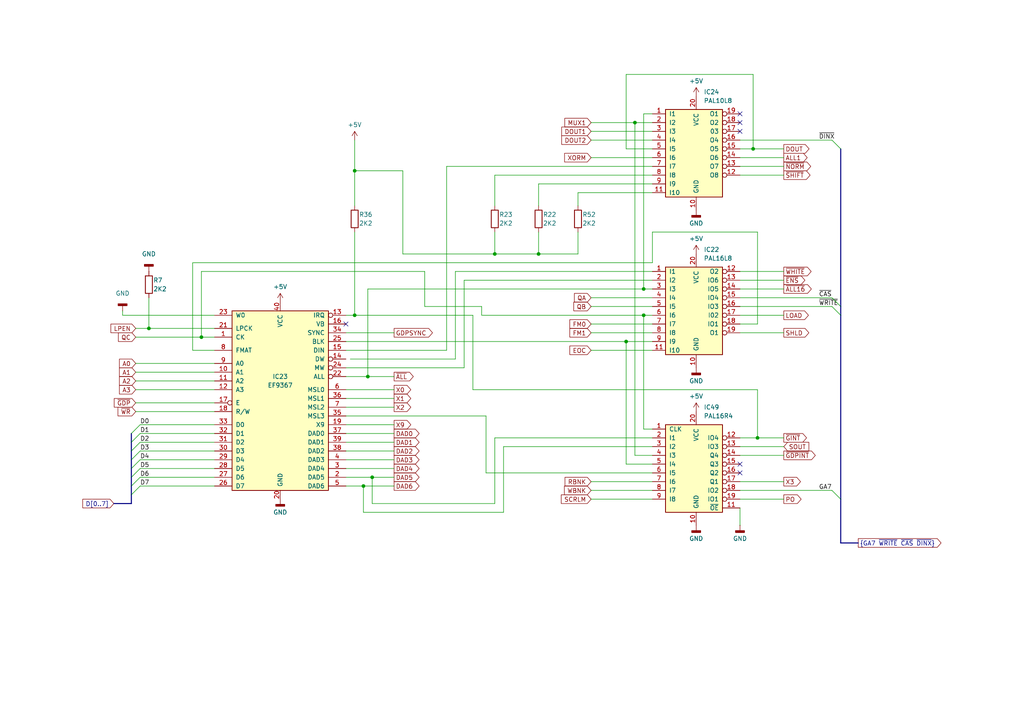
<source format=kicad_sch>
(kicad_sch (version 20231120) (generator "eeschema") (generator_version "8.0")
  (paper "A4")
  (title_block (title "PARTNER GDP: GDP + CONTROL") (company "Oddbit Retro") (comment 1 "NARISAL: MIHA GRČAR"))
  (lib_symbols
    (symbol "Device:R" (pin_numbers hide) (pin_names (offset 0))
      (property "Reference" "R" (at 2.032 0 90))
      (property "Value" "R" (at 0 0 90))
      (symbol "R_0_1"
        (rectangle (start -1.016 -2.54) (end 1.016 2.54) (stroke (width 0.254)))
      )
      (symbol "R_1_1"
        (pin passive line (at 0 3.81 270) (length 1.27) (name "~") (number "1"))
        (pin passive line (at 0 -3.81 90) (length 1.27) (name "~") (number "2"))
      )
    )
    (symbol "Logic_Programmable:PAL16L8" (pin_names (offset 1.016))
      (property "Reference" "IC22" (at 2.1941 19.05 0))
      (property "Value" "PAL16L8" (at 2.1941 16.51 0))
      (symbol "PAL16L8_0_0"
        (pin power_in line (at 0 -15.24 90) (length 3.81) (name "GND") (number "10"))
        (pin power_in line (at 0 17.78 270) (length 3.81) (name "VCC") (number "20"))
      )
      (symbol "PAL16L8_0_1"
        (rectangle (start -8.89 13.97) (end 7.62 -11.43) (stroke (width 0.254)) (fill (type background)))
      )
      (symbol "PAL16L8_1_1"
        (pin input line (at -12.7 12.7 0) (length 3.81) (name "I1") (number "1"))
        (pin input line (at -12.7 -10.16 0) (length 3.81) (name "I10") (number "11"))
        (pin tri_state inverted (at 12.7 12.7 180) (length 5.08) (name "O2") (number "12"))
        (pin tri_state inverted (at 12.7 10.16 180) (length 5.08) (name "IO6") (number "13"))
        (pin tri_state inverted (at 12.7 7.62 180) (length 5.08) (name "IO5") (number "14"))
        (pin tri_state inverted (at 12.7 5.08 180) (length 5.08) (name "IO4") (number "15"))
        (pin tri_state inverted (at 12.7 2.54 180) (length 5.08) (name "IO3") (number "16"))
        (pin tri_state inverted (at 12.7 0 180) (length 5.08) (name "I02") (number "17"))
        (pin tri_state inverted (at 12.7 -2.54 180) (length 5.08) (name "IO1") (number "18"))
        (pin tri_state inverted (at 12.7 -5.08 180) (length 5.08) (name "O1") (number "19"))
        (pin input line (at -12.7 10.16 0) (length 3.81) (name "I2") (number "2"))
        (pin input line (at -12.7 7.62 0) (length 3.81) (name "I3") (number "3"))
        (pin input line (at -12.7 5.08 0) (length 3.81) (name "I4") (number "4"))
        (pin input line (at -12.7 2.54 0) (length 3.81) (name "I5") (number "5"))
        (pin input line (at -12.7 0 0) (length 3.81) (name "I6") (number "6"))
        (pin input line (at -12.7 -2.54 0) (length 3.81) (name "I7") (number "7"))
        (pin input line (at -12.7 -5.08 0) (length 3.81) (name "I8") (number "8"))
        (pin input line (at -12.7 -7.62 0) (length 3.81) (name "I9") (number "9"))
      )
    )
    (symbol "MCU_Parallax:P8X32A-D40" (pin_names (offset 1.016))
      (property "Reference" "IC7" (at 0 7.62 0))
      (property "Value" "EF9367" (at 0 5.08 0))
      (symbol "P8X32A-D40_0_1"
        (rectangle (start -13.97 26.67) (end 13.97 -25.4) (stroke (width 0.254)) (fill (type background)))
      )
      (symbol "P8X32A-D40_1_1"
        (pin bidirectional line (at -19.05 19.05 0) (length 5.08) (name "CK") (number "1"))
        (pin bidirectional line (at -19.05 8.89 0) (length 5.08) (name "A1") (number "10"))
        (pin bidirectional line (at -19.05 6.35 0) (length 5.08) (name "A2") (number "11"))
        (pin bidirectional line (at -19.05 3.81 0) (length 5.08) (name "A3") (number "12"))
        (pin bidirectional inverted (at 19.05 25.4 180) (length 5.08) (name "IRQ") (number "13"))
        (pin bidirectional inverted (at 19.05 12.7 180) (length 5.08) (name "DW") (number "14"))
        (pin bidirectional line (at 19.05 15.24 180) (length 5.08) (name "DIN") (number "15"))
        (pin bidirectional line (at 19.05 22.86 180) (length 5.08) (name "VB") (number "16"))
        (pin bidirectional inverted (at -19.05 0 0) (length 5.08) (name "E") (number "17"))
        (pin bidirectional line (at -19.05 -2.54 0) (length 5.08) (name "R/W") (number "18"))
        (pin bidirectional line (at 19.05 -6.35 180) (length 5.08) (name "X9") (number "19"))
        (pin bidirectional line (at 19.05 -21.59 180) (length 5.08) (name "DAD5") (number "2"))
        (pin power_in line (at 0 -27.94 90) (length 2.54) (name "GND") (number "20"))
        (pin bidirectional line (at -19.05 21.59 0) (length 5.08) (name "LPCK") (number "21"))
        (pin bidirectional inverted (at 19.05 7.62 180) (length 5.08) (name "ALL") (number "22"))
        (pin bidirectional line (at -19.05 25.4 0) (length 5.08) (name "W0") (number "23"))
        (pin bidirectional inverted (at 19.05 10.16 180) (length 5.08) (name "MW") (number "24"))
        (pin bidirectional line (at 19.05 17.78 180) (length 5.08) (name "BLK") (number "25"))
        (pin bidirectional line (at -19.05 -24.13 0) (length 5.08) (name "D7") (number "26"))
        (pin bidirectional line (at -19.05 -21.59 0) (length 5.08) (name "D6") (number "27"))
        (pin bidirectional line (at -19.05 -19.05 0) (length 5.08) (name "D5") (number "28"))
        (pin bidirectional line (at -19.05 -16.51 0) (length 5.08) (name "D4") (number "29"))
        (pin bidirectional line (at 19.05 -19.05 180) (length 5.08) (name "DAD4") (number "3"))
        (pin bidirectional line (at -19.05 -13.97 0) (length 5.08) (name "D3") (number "30"))
        (pin bidirectional line (at -19.05 -11.43 0) (length 5.08) (name "D2") (number "31"))
        (pin bidirectional line (at -19.05 -8.89 0) (length 5.08) (name "D1") (number "32"))
        (pin bidirectional line (at -19.05 -6.35 0) (length 5.08) (name "D0") (number "33"))
        (pin bidirectional line (at 19.05 20.32 180) (length 5.08) (name "SYNC") (number "34"))
        (pin bidirectional line (at 19.05 -3.81 180) (length 5.08) (name "MSL3") (number "35"))
        (pin bidirectional line (at 19.05 1.27 180) (length 5.08) (name "MSL1") (number "36"))
        (pin bidirectional line (at 19.05 -8.89 180) (length 5.08) (name "DAD0") (number "37"))
        (pin bidirectional line (at 19.05 -13.97 180) (length 5.08) (name "DAD2") (number "38"))
        (pin bidirectional line (at 19.05 -11.43 180) (length 5.08) (name "DAD1") (number "39"))
        (pin bidirectional line (at 19.05 -16.51 180) (length 5.08) (name "DAD3") (number "4"))
        (pin power_in line (at 0 29.21 270) (length 2.54) (name "VCC") (number "40"))
        (pin bidirectional line (at 19.05 -24.13 180) (length 5.08) (name "DAD6") (number "5"))
        (pin bidirectional line (at 19.05 3.81 180) (length 5.08) (name "MSL0") (number "6"))
        (pin bidirectional line (at 19.05 -1.27 180) (length 5.08) (name "MSL2") (number "7"))
        (pin bidirectional line (at -19.05 15.24 0) (length 5.08) (name "FMAT") (number "8"))
        (pin bidirectional line (at -19.05 11.43 0) (length 5.08) (name "A0") (number "9"))
      )
    )
    (symbol "PAL16L8_1" (pin_names (offset 1.016))
      (property "Reference" "IC24" (at 2.1941 19.05 0))
      (property "Value" "PAL10L8" (at 2.1941 16.51 0))
      (symbol "PAL16L8_1_0_0"
        (pin power_in line (at 0 -15.24 90) (length 3.81) (name "GND") (number "10"))
        (pin power_in line (at 0 17.78 270) (length 3.81) (name "VCC") (number "20"))
      )
      (symbol "PAL16L8_1_0_1"
        (rectangle (start -8.89 13.97) (end 7.62 -11.43) (stroke (width 0.254)) (fill (type background)))
      )
      (symbol "PAL16L8_1_1_1"
        (pin input line (at -12.7 12.7 0) (length 3.81) (name "I1") (number "1"))
        (pin input line (at -12.7 -10.16 0) (length 3.81) (name "I10") (number "11"))
        (pin output inverted (at 12.7 -5.08 180) (length 5.08) (name "O8") (number "12"))
        (pin output inverted (at 12.7 -2.54 180) (length 5.08) (name "O7") (number "13"))
        (pin output inverted (at 12.7 0 180) (length 5.08) (name "O6") (number "14"))
        (pin output inverted (at 12.7 2.54 180) (length 5.08) (name "O5") (number "15"))
        (pin output inverted (at 12.7 5.08 180) (length 5.08) (name "O4") (number "16"))
        (pin output inverted (at 12.7 7.62 180) (length 5.08) (name "03") (number "17"))
        (pin output inverted (at 12.7 10.16 180) (length 5.08) (name "O2") (number "18"))
        (pin output inverted (at 12.7 12.7 180) (length 5.08) (name "O1") (number "19"))
        (pin input line (at -12.7 10.16 0) (length 3.81) (name "I2") (number "2"))
        (pin input line (at -12.7 7.62 0) (length 3.81) (name "I3") (number "3"))
        (pin input line (at -12.7 5.08 0) (length 3.81) (name "I4") (number "4"))
        (pin input line (at -12.7 2.54 0) (length 3.81) (name "I5") (number "5"))
        (pin input line (at -12.7 0 0) (length 3.81) (name "I6") (number "6"))
        (pin input line (at -12.7 -2.54 0) (length 3.81) (name "I7") (number "7"))
        (pin input line (at -12.7 -5.08 0) (length 3.81) (name "I8") (number "8"))
        (pin input line (at -12.7 -7.62 0) (length 3.81) (name "I9") (number "9"))
      )
    )
    (symbol "PAL16L8_2" (pin_names (offset 1.016))
      (property "Reference" "IC49" (at 2.1941 19.05 0))
      (property "Value" "PAL16R4" (at 2.1941 16.51 0))
      (symbol "PAL16L8_2_0_0"
        (pin power_in line (at 0 -15.24 90) (length 3.81) (name "GND") (number "10"))
        (pin power_in line (at 0 17.78 270) (length 3.81) (name "VCC") (number "20"))
      )
      (symbol "PAL16L8_2_0_1"
        (rectangle (start -8.89 13.97) (end 7.62 -11.43) (stroke (width 0.254)) (fill (type background)))
      )
      (symbol "PAL16L8_2_1_1"
        (pin input line (at -12.7 12.7 0) (length 3.81) (name "CLK") (number "1"))
        (pin input line (at 12.7 -10.16 180) (length 5.08) (name "~{OE}") (number "11"))
        (pin tri_state inverted (at 12.7 10.16 180) (length 5.08) (name "IO4") (number "12"))
        (pin tri_state inverted (at 12.7 7.62 180) (length 5.08) (name "IO3") (number "13"))
        (pin tri_state inverted (at 12.7 5.08 180) (length 5.08) (name "Q4") (number "14"))
        (pin tri_state inverted (at 12.7 2.54 180) (length 5.08) (name "Q3") (number "15"))
        (pin tri_state inverted (at 12.7 0 180) (length 5.08) (name "Q2") (number "16"))
        (pin tri_state inverted (at 12.7 -2.54 180) (length 5.08) (name "Q1") (number "17"))
        (pin tri_state inverted (at 12.7 -5.08 180) (length 5.08) (name "IO2") (number "18"))
        (pin tri_state inverted (at 12.7 -7.62 180) (length 5.08) (name "IO1") (number "19"))
        (pin input line (at -12.7 10.16 0) (length 3.81) (name "I1") (number "2"))
        (pin input line (at -12.7 7.62 0) (length 3.81) (name "I2") (number "3"))
        (pin input line (at -12.7 5.08 0) (length 3.81) (name "I3") (number "4"))
        (pin input line (at -12.7 2.54 0) (length 3.81) (name "I4") (number "5"))
        (pin input line (at -12.7 0 0) (length 3.81) (name "I5") (number "6"))
        (pin input line (at -12.7 -2.54 0) (length 3.81) (name "I6") (number "7"))
        (pin input line (at -12.7 -5.08 0) (length 3.81) (name "I7") (number "8"))
        (pin input line (at -12.7 -7.62 0) (length 3.81) (name "I8") (number "9"))
      )
    )
    (symbol "power:+5V" (power) (pin_names (offset 0))
      (property "Value" "+5V" (at 0 3.556 0))
      (symbol "+5V_0_1"
        (polyline (pts (xy -0.762 1.27) (xy 0 2.54)))
        (polyline (pts (xy 0 0) (xy 0 2.54)))
        (polyline (pts (xy 0 2.54) (xy 0.762 1.27)))
      )
      (symbol "+5V_1_1"
        (pin power_in line (at 0 0 90) (length 0) hide (name "+5V") (number "1"))
      )
    )
    (symbol "power:GNDD" (power) (pin_numbers hide) (pin_names (offset 0) hide)
      (property "Value" "GNDD" (at 0 -3.175 0))
      (symbol "GNDD_0_1"
        (rectangle (start -1.27 -1.524) (end 1.27 -2.032) (stroke (width 0.254)) (fill (type outline)))
        (polyline (pts (xy 0 0) (xy 0 -1.524)))
      )
      (symbol "GNDD_1_1"
        (pin power_in line (at 0 0 270) (length 0) (name "~") (number "1"))
      )
    )
  )
  (junction (at 58.42 97.79))
  (junction (at 219.71 127))
  (junction (at 43.18 95.25))
  (junction (at 107.95 138.43))
  (junction (at 102.87 91.44))
  (junction (at 106.68 109.22))
  (junction (at 218.44 43.18))
  (junction (at 186.69 83.82))
  (junction (at 105.41 140.97))
  (junction (at 186.69 91.44))
  (junction (at 143.51 73.66))
  (junction (at 181.61 99.06))
  (junction (at 156.21 73.66))
  (junction (at 102.87 49.53))
  (junction (at 184.15 35.56))
  (no_connect (at 214.63 35.56))
  (no_connect (at 214.63 38.1))
  (no_connect (at 100.33 93.98))
  (no_connect (at 214.63 137.16))
  (no_connect (at 214.63 33.02))
  (no_connect (at 214.63 134.62))
  (bus_entry (at 38.1 133.35) (size 2.54 -2.54))
  (bus_entry (at 38.1 140.97) (size 2.54 -2.54))
  (bus_entry (at 241.3 142.24) (size 2.54 2.54))
  (bus_entry (at 241.3 88.9) (size 2.54 2.54))
  (bus_entry (at 241.3 40.64) (size 2.54 2.54))
  (bus_entry (at 241.3 86.36) (size 2.54 2.54))
  (bus_entry (at 38.1 135.89) (size 2.54 -2.54))
  (bus_entry (at 38.1 130.81) (size 2.54 -2.54))
  (bus_entry (at 38.1 128.27) (size 2.54 -2.54))
  (bus_entry (at 38.1 143.51) (size 2.54 -2.54))
  (bus_entry (at 38.1 125.73) (size 2.54 -2.54))
  (bus_entry (at 38.1 138.43) (size 2.54 -2.54))
  (wire (pts (xy 214.63 132.08) (xy 227.33 132.08)))
  (wire (pts (xy 134.62 81.28) (xy 189.23 81.28)))
  (wire (pts (xy 40.64 128.27) (xy 62.23 128.27)))
  (wire (pts (xy 58.42 78.74) (xy 123.19 78.74)))
  (wire (pts (xy 35.56 91.44) (xy 35.56 90.17)))
  (wire (pts (xy 241.3 86.36) (xy 214.63 86.36)))
  (wire (pts (xy 39.37 119.38) (xy 62.23 119.38)))
  (wire (pts (xy 146.05 129.54) (xy 189.23 129.54)))
  (bus (pts (xy 243.84 157.48) (xy 248.92 157.48)))
  (wire (pts (xy 106.68 109.22) (xy 114.3 109.22)))
  (wire (pts (xy 100.33 101.6) (xy 129.54 101.6)))
  (wire (pts (xy 156.21 73.66) (xy 167.64 73.66)))
  (wire (pts (xy 171.45 144.78) (xy 189.23 144.78)))
  (wire (pts (xy 214.63 127) (xy 219.71 127)))
  (wire (pts (xy 214.63 91.44) (xy 227.33 91.44)))
  (wire (pts (xy 156.21 67.31) (xy 156.21 73.66)))
  (wire (pts (xy 214.63 88.9) (xy 241.3 88.9)))
  (wire (pts (xy 39.37 105.41) (xy 62.23 105.41)))
  (wire (pts (xy 140.97 120.65) (xy 100.33 120.65)))
  (wire (pts (xy 39.37 113.03) (xy 62.23 113.03)))
  (wire (pts (xy 100.33 109.22) (xy 106.68 109.22)))
  (wire (pts (xy 55.88 101.6) (xy 62.23 101.6)))
  (wire (pts (xy 171.45 139.7) (xy 189.23 139.7)))
  (wire (pts (xy 39.37 110.49) (xy 62.23 110.49)))
  (wire (pts (xy 40.64 130.81) (xy 62.23 130.81)))
  (wire (pts (xy 132.08 78.74) (xy 189.23 78.74)))
  (bus (pts (xy 38.1 140.97) (xy 38.1 143.51)))
  (bus (pts (xy 243.84 43.18) (xy 243.84 88.9)))
  (wire (pts (xy 214.63 147.32) (xy 214.63 152.4)))
  (wire (pts (xy 189.23 53.34) (xy 156.21 53.34)))
  (wire (pts (xy 214.63 40.64) (xy 241.3 40.64)))
  (wire (pts (xy 156.21 53.34) (xy 156.21 59.69)))
  (wire (pts (xy 189.23 124.46) (xy 186.69 124.46)))
  (wire (pts (xy 39.37 107.95) (xy 62.23 107.95)))
  (wire (pts (xy 58.42 97.79) (xy 58.42 78.74)))
  (wire (pts (xy 100.33 140.97) (xy 105.41 140.97)))
  (wire (pts (xy 214.63 96.52) (xy 227.33 96.52)))
  (wire (pts (xy 100.33 99.06) (xy 181.61 99.06)))
  (wire (pts (xy 171.45 35.56) (xy 184.15 35.56)))
  (wire (pts (xy 105.41 140.97) (xy 114.3 140.97)))
  (wire (pts (xy 40.64 138.43) (xy 62.23 138.43)))
  (bus (pts (xy 243.84 144.78) (xy 243.84 157.48)))
  (wire (pts (xy 143.51 127) (xy 189.23 127)))
  (wire (pts (xy 134.62 81.28) (xy 134.62 106.68)))
  (wire (pts (xy 123.19 88.9) (xy 139.7 88.9)))
  (wire (pts (xy 116.84 49.53) (xy 102.87 49.53)))
  (wire (pts (xy 171.45 38.1) (xy 189.23 38.1)))
  (wire (pts (xy 40.64 123.19) (xy 62.23 123.19)))
  (wire (pts (xy 101.6 104.14) (xy 132.08 104.14)))
  (wire (pts (xy 143.51 67.31) (xy 143.51 73.66)))
  (wire (pts (xy 171.45 86.36) (xy 189.23 86.36)))
  (wire (pts (xy 35.56 91.44) (xy 62.23 91.44)))
  (wire (pts (xy 189.23 33.02) (xy 186.69 33.02)))
  (wire (pts (xy 43.18 95.25) (xy 62.23 95.25)))
  (wire (pts (xy 186.69 83.82) (xy 189.23 83.82)))
  (wire (pts (xy 123.19 78.74) (xy 123.19 88.9)))
  (wire (pts (xy 143.51 146.05) (xy 143.51 127)))
  (wire (pts (xy 189.23 132.08) (xy 184.15 132.08)))
  (wire (pts (xy 100.33 115.57) (xy 114.3 115.57)))
  (wire (pts (xy 214.63 139.7) (xy 227.33 139.7)))
  (wire (pts (xy 214.63 81.28) (xy 227.33 81.28)))
  (wire (pts (xy 181.61 134.62) (xy 181.61 99.06)))
  (wire (pts (xy 171.45 40.64) (xy 189.23 40.64)))
  (wire (pts (xy 39.37 97.79) (xy 58.42 97.79)))
  (wire (pts (xy 39.37 95.25) (xy 43.18 95.25)))
  (bus (pts (xy 243.84 88.9) (xy 243.84 91.44)))
  (wire (pts (xy 189.23 67.31) (xy 189.23 76.2)))
  (wire (pts (xy 186.69 91.44) (xy 186.69 124.46)))
  (wire (pts (xy 102.87 91.44) (xy 100.33 91.44)))
  (wire (pts (xy 219.71 113.03) (xy 219.71 127)))
  (wire (pts (xy 43.18 86.36) (xy 43.18 95.25)))
  (wire (pts (xy 100.33 133.35) (xy 114.3 133.35)))
  (wire (pts (xy 100.33 128.27) (xy 114.3 128.27)))
  (wire (pts (xy 143.51 73.66) (xy 156.21 73.66)))
  (wire (pts (xy 100.33 123.19) (xy 114.3 123.19)))
  (wire (pts (xy 137.16 113.03) (xy 219.71 113.03)))
  (wire (pts (xy 214.63 50.8) (xy 227.33 50.8)))
  (wire (pts (xy 137.16 113.03) (xy 137.16 91.44)))
  (wire (pts (xy 116.84 73.66) (xy 116.84 49.53)))
  (wire (pts (xy 107.95 138.43) (xy 107.95 146.05)))
  (wire (pts (xy 189.23 50.8) (xy 143.51 50.8)))
  (wire (pts (xy 134.62 106.68) (xy 100.33 106.68)))
  (wire (pts (xy 214.63 142.24) (xy 241.3 142.24)))
  (bus (pts (xy 38.1 143.51) (xy 38.1 146.05)))
  (wire (pts (xy 171.45 93.98) (xy 189.23 93.98)))
  (wire (pts (xy 55.88 76.2) (xy 189.23 76.2)))
  (wire (pts (xy 100.33 130.81) (xy 114.3 130.81)))
  (wire (pts (xy 55.88 76.2) (xy 55.88 101.6)))
  (wire (pts (xy 214.63 45.72) (xy 227.33 45.72)))
  (wire (pts (xy 167.64 55.88) (xy 167.64 59.69)))
  (wire (pts (xy 140.97 137.16) (xy 140.97 120.65)))
  (bus (pts (xy 38.1 130.81) (xy 38.1 133.35)))
  (wire (pts (xy 102.87 67.31) (xy 102.87 91.44)))
  (wire (pts (xy 219.71 67.31) (xy 219.71 93.98)))
  (wire (pts (xy 186.69 33.02) (xy 186.69 83.82)))
  (wire (pts (xy 167.64 67.31) (xy 167.64 73.66)))
  (wire (pts (xy 102.87 49.53) (xy 102.87 59.69)))
  (wire (pts (xy 189.23 137.16) (xy 140.97 137.16)))
  (wire (pts (xy 143.51 50.8) (xy 143.51 59.69)))
  (wire (pts (xy 189.23 67.31) (xy 219.71 67.31)))
  (wire (pts (xy 100.33 138.43) (xy 107.95 138.43)))
  (wire (pts (xy 129.54 101.6) (xy 129.54 48.26)))
  (wire (pts (xy 181.61 43.18) (xy 181.61 21.59)))
  (bus (pts (xy 38.1 138.43) (xy 38.1 140.97)))
  (bus (pts (xy 33.02 146.05) (xy 38.1 146.05)))
  (bus (pts (xy 243.84 91.44) (xy 243.84 144.78)))
  (wire (pts (xy 107.95 138.43) (xy 114.3 138.43)))
  (wire (pts (xy 214.63 93.98) (xy 219.71 93.98)))
  (wire (pts (xy 129.54 48.26) (xy 189.23 48.26)))
  (wire (pts (xy 100.33 96.52) (xy 114.3 96.52)))
  (wire (pts (xy 105.41 140.97) (xy 105.41 148.59)))
  (wire (pts (xy 219.71 127) (xy 227.33 127)))
  (wire (pts (xy 218.44 21.59) (xy 218.44 43.18)))
  (wire (pts (xy 40.64 135.89) (xy 62.23 135.89)))
  (wire (pts (xy 105.41 148.59) (xy 146.05 148.59)))
  (wire (pts (xy 189.23 43.18) (xy 181.61 43.18)))
  (wire (pts (xy 139.7 88.9) (xy 139.7 91.44)))
  (wire (pts (xy 186.69 91.44) (xy 189.23 91.44)))
  (wire (pts (xy 214.63 78.74) (xy 227.33 78.74)))
  (bus (pts (xy 38.1 135.89) (xy 38.1 138.43)))
  (wire (pts (xy 106.68 83.82) (xy 186.69 83.82)))
  (wire (pts (xy 189.23 55.88) (xy 167.64 55.88)))
  (wire (pts (xy 107.95 146.05) (xy 143.51 146.05)))
  (wire (pts (xy 40.64 125.73) (xy 62.23 125.73)))
  (wire (pts (xy 171.45 101.6) (xy 189.23 101.6)))
  (wire (pts (xy 171.45 142.24) (xy 189.23 142.24)))
  (wire (pts (xy 39.37 116.84) (xy 62.23 116.84)))
  (bus (pts (xy 38.1 128.27) (xy 38.1 130.81)))
  (wire (pts (xy 214.63 83.82) (xy 227.33 83.82)))
  (wire (pts (xy 40.64 140.97) (xy 62.23 140.97)))
  (wire (pts (xy 40.64 133.35) (xy 62.23 133.35)))
  (wire (pts (xy 184.15 35.56) (xy 184.15 132.08)))
  (wire (pts (xy 137.16 91.44) (xy 102.87 91.44)))
  (wire (pts (xy 139.7 91.44) (xy 186.69 91.44)))
  (wire (pts (xy 100.33 113.03) (xy 114.3 113.03)))
  (wire (pts (xy 143.51 73.66) (xy 116.84 73.66)))
  (wire (pts (xy 171.45 45.72) (xy 189.23 45.72)))
  (wire (pts (xy 214.63 43.18) (xy 218.44 43.18)))
  (bus (pts (xy 38.1 133.35) (xy 38.1 135.89)))
  (wire (pts (xy 181.61 21.59) (xy 218.44 21.59)))
  (wire (pts (xy 132.08 104.14) (xy 132.08 78.74)))
  (wire (pts (xy 218.44 43.18) (xy 227.33 43.18)))
  (wire (pts (xy 146.05 148.59) (xy 146.05 129.54)))
  (bus (pts (xy 38.1 125.73) (xy 38.1 128.27)))
  (wire (pts (xy 100.33 125.73) (xy 114.3 125.73)))
  (wire (pts (xy 214.63 144.78) (xy 227.33 144.78)))
  (wire (pts (xy 171.45 96.52) (xy 189.23 96.52)))
  (wire (pts (xy 58.42 97.79) (xy 62.23 97.79)))
  (wire (pts (xy 181.61 99.06) (xy 189.23 99.06)))
  (wire (pts (xy 100.33 118.11) (xy 114.3 118.11)))
  (wire (pts (xy 189.23 134.62) (xy 181.61 134.62)))
  (wire (pts (xy 184.15 35.56) (xy 189.23 35.56)))
  (wire (pts (xy 100.33 135.89) (xy 114.3 135.89)))
  (wire (pts (xy 102.87 40.64) (xy 102.87 49.53)))
  (wire (pts (xy 214.63 129.54) (xy 227.33 129.54)))
  (wire (pts (xy 214.63 48.26) (xy 227.33 48.26)))
  (wire (pts (xy 171.45 88.9) (xy 189.23 88.9)))
  (wire (pts (xy 106.68 83.82) (xy 106.68 109.22)))
  (label "D5" (at 40.64 135.89 0))
  (label "GA7" (at 237.49 142.24 0))
  (label "D1" (at 40.64 125.73 0))
  (label "D2" (at 40.64 128.27 0))
  (label "~{WRITE}" (at 237.49 88.9 0))
  (label "D4" (at 40.64 133.35 0))
  (label "~{DINX}" (at 237.49 40.64 0))
  (label "D0" (at 40.64 123.19 0))
  (label "D6" (at 40.64 138.43 0))
  (label "~{CAS}" (at 237.49 86.36 0))
  (label "D3" (at 40.64 130.81 0))
  (label "D7" (at 40.64 140.97 0))
  (global_label "~{WHITE}" (shape output) (at 227.33 78.74 0) (property "Intersheetrefs" "${INTERSHEET_REFS}" (at 235.8185 78.74 0) (effects (justify left))))
  (global_label "LPEN" (shape input) (at 39.37 95.25 180) (property "Intersheetrefs" "${INTERSHEET_REFS}" (at 31.6072 95.25 0) (effects (justify right))))
  (global_label "GDPSYNC" (shape output) (at 114.3 96.52 0) (property "Intersheetrefs" "${INTERSHEET_REFS}" (at 125.9938 96.52 0) (effects (justify left))))
  (global_label "ALL1" (shape output) (at 227.33 45.72 0) (property "Intersheetrefs" "${INTERSHEET_REFS}" (at 234.6695 45.72 0) (effects (justify left))))
  (global_label "MUX1" (shape input) (at 171.45 35.56 180) (property "Intersheetrefs" "${INTERSHEET_REFS}" (at 163.2639 35.56 0) (effects (justify right))))
  (global_label "DAD4" (shape output) (at 114.3 135.89 0) (property "Intersheetrefs" "${INTERSHEET_REFS}" (at 122.1233 135.89 0) (effects (justify left))))
  (global_label "XORM" (shape input) (at 171.45 45.72 180) (property "Intersheetrefs" "${INTERSHEET_REFS}" (at 163.2034 45.72 0) (effects (justify right))))
  (global_label "~{ALL}" (shape output) (at 114.3 109.22 0) (property "Intersheetrefs" "${INTERSHEET_REFS}" (at 120.43 109.22 0) (effects (justify left))))
  (global_label "FM0" (shape input) (at 171.45 93.98 180) (property "Intersheetrefs" "${INTERSHEET_REFS}" (at 164.7153 93.98 0) (effects (justify right))))
  (global_label "~{ENS}" (shape output) (at 227.33 81.28 0) (property "Intersheetrefs" "${INTERSHEET_REFS}" (at 234.0042 81.28 0) (effects (justify left))))
  (global_label "X2" (shape output) (at 114.3 118.11 0) (property "Intersheetrefs" "${INTERSHEET_REFS}" (at 119.7042 118.11 0) (effects (justify left))))
  (global_label "X1" (shape output) (at 114.3 115.57 0) (property "Intersheetrefs" "${INTERSHEET_REFS}" (at 119.7042 115.57 0) (effects (justify left))))
  (global_label "QC" (shape input) (at 39.37 97.79 180) (property "Intersheetrefs" "${INTERSHEET_REFS}" (at 33.7843 97.79 0) (effects (justify right))))
  (global_label "X9" (shape output) (at 114.3 123.19 0) (property "Intersheetrefs" "${INTERSHEET_REFS}" (at 119.7042 123.19 0) (effects (justify left))))
  (global_label "DOUT" (shape output) (at 227.33 43.18 0) (property "Intersheetrefs" "${INTERSHEET_REFS}" (at 235.2138 43.18 0) (effects (justify left))))
  (global_label "A1" (shape input) (at 39.37 107.95 180) (property "Intersheetrefs" "${INTERSHEET_REFS}" (at 34.0867 107.95 0) (effects (justify right))))
  (global_label "DAD3" (shape output) (at 114.3 133.35 0) (property "Intersheetrefs" "${INTERSHEET_REFS}" (at 122.1233 133.35 0) (effects (justify left))))
  (global_label "DAD2" (shape output) (at 114.3 130.81 0) (property "Intersheetrefs" "${INTERSHEET_REFS}" (at 122.1233 130.81 0) (effects (justify left))))
  (global_label "~{ALL16}" (shape output) (at 227.33 83.82 0) (property "Intersheetrefs" "${INTERSHEET_REFS}" (at 235.879 83.82 0) (effects (justify left))))
  (global_label "LOAD" (shape output) (at 227.33 91.44 0) (property "Intersheetrefs" "${INTERSHEET_REFS}" (at 235.0324 91.44 0) (effects (justify left))))
  (global_label "DOUT1" (shape input) (at 171.45 38.1 180) (property "Intersheetrefs" "${INTERSHEET_REFS}" (at 162.3567 38.1 0) (effects (justify right))))
  (global_label "DAD5" (shape output) (at 114.3 138.43 0) (property "Intersheetrefs" "${INTERSHEET_REFS}" (at 122.1233 138.43 0) (effects (justify left))))
  (global_label "~{GDPINT}" (shape output) (at 227.33 132.08 0) (property "Intersheetrefs" "${INTERSHEET_REFS}" (at 237.0281 132.08 0) (effects (justify left))))
  (global_label "{GA7 ~{WRITE} ~{CAS} ~{DINX}}" (shape output) (at 248.92 157.48 0) (property "Intersheetrefs" "${INTERSHEET_REFS}" (at 273.4952 157.48 0) (effects (justify left))))
  (global_label "~{WR}" (shape input) (at 39.37 119.38 180) (property "Intersheetrefs" "${INTERSHEET_REFS}" (at 33.6634 119.38 0) (effects (justify right))))
  (global_label "A3" (shape input) (at 39.37 113.03 180) (property "Intersheetrefs" "${INTERSHEET_REFS}" (at 34.0867 113.03 0) (effects (justify right))))
  (global_label "~{NORM}" (shape output) (at 227.33 48.26 0) (property "Intersheetrefs" "${INTERSHEET_REFS}" (at 235.6976 48.26 0) (effects (justify left))))
  (global_label "DOUT2" (shape input) (at 171.45 40.64 180) (property "Intersheetrefs" "${INTERSHEET_REFS}" (at 162.3567 40.64 0) (effects (justify right))))
  (global_label "A2" (shape input) (at 39.37 110.49 180) (property "Intersheetrefs" "${INTERSHEET_REFS}" (at 34.0867 110.49 0) (effects (justify right))))
  (global_label "D[0..7]" (shape input) (at 33.02 146.05 180) (property "Intersheetrefs" "${INTERSHEET_REFS}" (at 23.4428 146.05 0) (effects (justify right))))
  (global_label "PO" (shape output) (at 227.33 144.78 0) (property "Intersheetrefs" "${INTERSHEET_REFS}" (at 232.9157 144.78 0) (effects (justify left))))
  (global_label "X0" (shape output) (at 114.3 113.03 0) (property "Intersheetrefs" "${INTERSHEET_REFS}" (at 119.7042 113.03 0) (effects (justify left))))
  (global_label "~{SHIFT}" (shape output) (at 227.33 50.8 0) (property "Intersheetrefs" "${INTERSHEET_REFS}" (at 235.5162 50.8 0) (effects (justify left))))
  (global_label "SHLD" (shape output) (at 227.33 96.52 0) (property "Intersheetrefs" "${INTERSHEET_REFS}" (at 235.1533 96.52 0) (effects (justify left))))
  (global_label "~{GDP}" (shape input) (at 39.37 116.84 180) (property "Intersheetrefs" "${INTERSHEET_REFS}" (at 32.5748 116.84 0) (effects (justify right))))
  (global_label "SOUT" (shape input) (at 227.33 129.54 0) (property "Intersheetrefs" "${INTERSHEET_REFS}" (at 235.1533 129.54 0) (effects (justify left))))
  (global_label "RBNK" (shape input) (at 171.45 139.7 180) (property "Intersheetrefs" "${INTERSHEET_REFS}" (at 163.3243 139.7 0) (effects (justify right))))
  (global_label "~{GINT}" (shape output) (at 227.33 127 0) (property "Intersheetrefs" "${INTERSHEET_REFS}" (at 234.4881 127 0) (effects (justify left))))
  (global_label "X3" (shape output) (at 227.33 139.7 0) (property "Intersheetrefs" "${INTERSHEET_REFS}" (at 232.7342 139.7 0) (effects (justify left))))
  (global_label "DAD0" (shape output) (at 114.3 125.73 0) (property "Intersheetrefs" "${INTERSHEET_REFS}" (at 122.1233 125.73 0) (effects (justify left))))
  (global_label "QB" (shape input) (at 171.45 88.9 180) (property "Intersheetrefs" "${INTERSHEET_REFS}" (at 165.8643 88.9 0) (effects (justify right))))
  (global_label "SCRLM" (shape input) (at 171.45 144.78 180) (property "Intersheetrefs" "${INTERSHEET_REFS}" (at 162.2358 144.78 0) (effects (justify right))))
  (global_label "DAD6" (shape output) (at 114.3 140.97 0) (property "Intersheetrefs" "${INTERSHEET_REFS}" (at 122.1233 140.97 0) (effects (justify left))))
  (global_label "EOC" (shape input) (at 171.45 101.6 180) (property "Intersheetrefs" "${INTERSHEET_REFS}" (at 164.7153 101.6 0) (effects (justify right))))
  (global_label "DAD1" (shape output) (at 114.3 128.27 0) (property "Intersheetrefs" "${INTERSHEET_REFS}" (at 122.1233 128.27 0) (effects (justify left))))
  (global_label "QA" (shape input) (at 171.45 86.36 180) (property "Intersheetrefs" "${INTERSHEET_REFS}" (at 166.0457 86.36 0) (effects (justify right))))
  (global_label "A0" (shape input) (at 39.37 105.41 180) (property "Intersheetrefs" "${INTERSHEET_REFS}" (at 34.0867 105.41 0) (effects (justify right))))
  (global_label "FM1" (shape input) (at 171.45 96.52 180) (property "Intersheetrefs" "${INTERSHEET_REFS}" (at 164.7153 96.52 0) (effects (justify right))))
  (global_label "WBNK" (shape input) (at 171.45 142.24 180) (property "Intersheetrefs" "${INTERSHEET_REFS}" (at 163.1429 142.24 0) (effects (justify right))))
  (symbol (lib_id "Device:R") (at 143.51 63.5 0) (unit 1)
    (property "Reference" "R23" (at 144.78 62.23 0) (effects (justify left)))
    (property "Value" "2K2" (at 144.78 64.77 0) (effects (justify left)))
    (property "Footprint" "Package_DIP:DIP-20_W7.62mm" (effects (hide yes)))
    (property "Datasheet" "N/A" (effects (hide yes)))
    (property "Description" "N/A" (effects (hide yes)))
  )
  (symbol (lib_id "Device:R") (at 167.64 63.5 0) (unit 1)
    (property "Reference" "R52" (at 168.91 62.23 0) (effects (justify left)))
    (property "Value" "2K2" (at 168.91 64.77 0) (effects (justify left)))
    (property "Footprint" "GDP:R_XL" (effects (hide yes)))
    (property "Datasheet" "N/A" (effects (hide yes)))
    (property "Description" "N/A" (effects (hide yes)))
  )
  (symbol (lib_name "PAL16L8_2") (lib_id "Logic_Programmable:PAL16L8") (at 201.93 137.16 0) (unit 1)
    (property "Reference" "IC49" (at 204.1241 118.11 0) (effects (justify left)))
    (property "Value" "PAL16R4" (at 204.1241 120.65 0) (effects (justify left)))
    (property "Footprint" "Package_DIP:DIP-20_W7.62mm" (effects (hide yes)))
    (property "Datasheet" "N/A" (effects (hide yes)))
    (property "Description" "N/A" (effects (hide yes)))
  )
  (symbol (lib_id "power:GNDD") (at 81.28 144.78 0) (unit 1)
    (property "Reference" "#PWR036" (effects (hide yes)))
    (property "Value" "GND" (at 81.28 148.59 0))
    (property "Description" "Power symbol creates a global label with name \"GNDD\" , digital ground" (effects (hide yes)))
  )
  (symbol (lib_id "power:+5V") (at 102.87 40.64 0) (unit 1)
    (property "Reference" "#PWR037" (effects (hide yes)))
    (property "Value" "+5V" (at 102.87 36.195 0))
  )
  (symbol (lib_id "power:+5V") (at 81.28 87.63 0) (unit 1)
    (property "Reference" "#PWR035" (effects (hide yes)))
    (property "Value" "+5V" (at 81.28 83.185 0))
  )
  (symbol (lib_id "power:GNDD") (at 201.93 106.68 0) (unit 1)
    (property "Reference" "#PWR041" (effects (hide yes)))
    (property "Value" "GND" (at 201.93 110.49 0))
    (property "Description" "Power symbol creates a global label with name \"GNDD\" , digital ground" (effects (hide yes)))
  )
  (symbol (lib_id "Device:R") (at 102.87 63.5 0) (unit 1)
    (property "Reference" "R36" (at 104.14 62.23 0) (effects (justify left)))
    (property "Value" "2K2" (at 104.14 64.77 0) (effects (justify left)))
    (property "Footprint" "Resistor_THT:R_Axial_DIN0207_L6.3mm_D2.5mm_P10.16mm_Horizontal" (effects (hide yes)))
    (property "Datasheet" "N/A" (effects (hide yes)))
    (property "Description" "N/A" (effects (hide yes)))
  )
  (symbol (lib_id "power:+5V") (at 201.93 27.94 0) (unit 1)
    (property "Reference" "#PWR038" (effects (hide yes)))
    (property "Value" "+5V" (at 201.93 23.495 0))
  )
  (symbol (lib_id "Device:R") (at 156.21 63.5 0) (unit 1)
    (property "Reference" "R22" (at 157.48 62.23 0) (effects (justify left)))
    (property "Value" "2K2" (at 157.48 64.77 0) (effects (justify left)))
    (property "Footprint" "Resistor_THT:R_Axial_DIN0207_L6.3mm_D2.5mm_P10.16mm_Horizontal" (effects (hide yes)))
    (property "Datasheet" "N/A" (effects (hide yes)))
    (property "Description" "N/A" (effects (hide yes)))
  )
  (symbol (lib_id "MCU_Parallax:P8X32A-D40") (at 81.28 116.84 0) (unit 1)
    (property "Reference" "IC23" (at 81.28 109.22 0))
    (property "Value" "EF9367" (at 81.28 111.76 0))
    (property "Footprint" "Package_DIP:DIP-40_W15.24mm" (effects (hide yes)))
    (property "Datasheet" "N/A" (effects (hide yes)))
    (property "Description" "N/A" (effects (hide yes)))
  )
  (symbol (lib_id "power:+5V") (at 201.93 119.38 0) (unit 1)
    (property "Reference" "#PWR042" (effects (hide yes)))
    (property "Value" "+5V" (at 201.93 114.935 0))
  )
  (symbol (lib_id "power:GNDD") (at 214.63 152.4 0) (unit 1)
    (property "Reference" "#PWR044" (effects (hide yes)))
    (property "Value" "GND" (at 214.63 156.21 0))
    (property "Description" "Power symbol creates a global label with name \"GNDD\" , digital ground" (effects (hide yes)))
  )
  (symbol (lib_id "power:+5V") (at 201.93 73.66 0) (unit 1)
    (property "Reference" "#PWR040" (effects (hide yes)))
    (property "Value" "+5V" (at 201.93 69.215 0))
  )
  (symbol (lib_id "power:GNDD") (at 201.93 152.4 0) (unit 1)
    (property "Reference" "#PWR043" (effects (hide yes)))
    (property "Value" "GND" (at 201.93 156.21 0))
    (property "Description" "Power symbol creates a global label with name \"GNDD\" , digital ground" (effects (hide yes)))
  )
  (symbol (lib_id "power:GNDD") (at 43.18 78.74 180) (unit 1)
    (property "Reference" "#PWR034" (effects (hide yes)))
    (property "Value" "GND" (at 43.18 73.66 0))
    (property "Description" "Power symbol creates a global label with name \"GNDD\" , digital ground" (effects (hide yes)))
  )
  (symbol (lib_id "power:GNDD") (at 201.93 60.96 0) (unit 1)
    (property "Reference" "#PWR039" (effects (hide yes)))
    (property "Value" "GND" (at 201.93 64.77 0))
    (property "Description" "Power symbol creates a global label with name \"GNDD\" , digital ground" (effects (hide yes)))
  )
  (symbol (lib_id "Logic_Programmable:PAL16L8") (at 201.93 91.44 0) (unit 1)
    (property "Reference" "IC22" (at 204.1241 72.39 0) (effects (justify left)))
    (property "Value" "PAL16L8" (at 204.1241 74.93 0) (effects (justify left)))
    (property "Footprint" "Package_DIP:DIP-20_W7.62mm" (effects (hide yes)))
    (property "Datasheet" "N/A" (effects (hide yes)))
    (property "Description" "N/A" (effects (hide yes)))
  )
  (symbol (lib_name "PAL16L8_1") (lib_id "Logic_Programmable:PAL16L8") (at 201.93 45.72 0) (unit 1)
    (property "Reference" "IC24" (at 204.1241 26.67 0) (effects (justify left)))
    (property "Value" "PAL10L8" (at 204.1241 29.21 0) (effects (justify left)))
    (property "Footprint" "Package_DIP:DIP-20_W7.62mm" (effects (hide yes)))
    (property "Datasheet" "N/A" (effects (hide yes)))
    (property "Description" "N/A" (effects (hide yes)))
  )
  (symbol (lib_id "Device:R") (at 43.18 82.55 0) (unit 1)
    (property "Reference" "R7" (at 44.45 81.28 0) (effects (justify left)))
    (property "Value" "2K2" (at 44.45 83.82 0) (effects (justify left)))
    (property "Footprint" "GDP:R_XL" (effects (hide yes)))
    (property "Datasheet" "N/A" (effects (hide yes)))
    (property "Description" "N/A" (effects (hide yes)))
  )
  (symbol (lib_id "power:GNDD") (at 35.56 90.17 180) (unit 1)
    (property "Reference" "#PWR033" (effects (hide yes)))
    (property "Value" "GND" (at 35.56 85.09 0))
    (property "Description" "Power symbol creates a global label with name \"GNDD\" , digital ground" (effects (hide yes)))
  )
)
</source>
